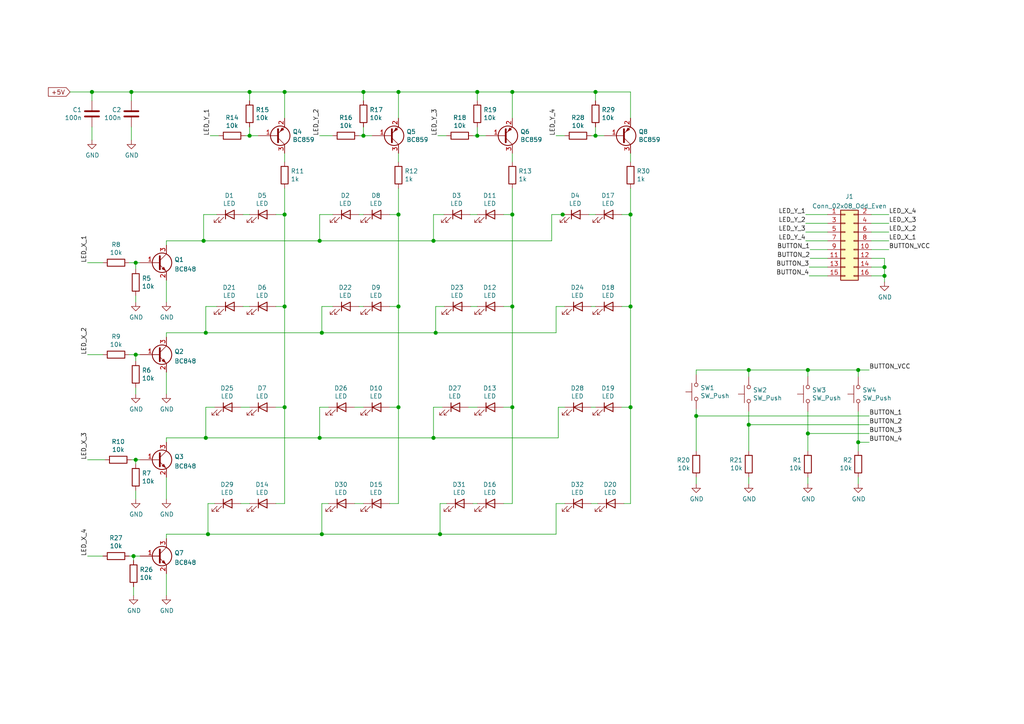
<source format=kicad_sch>
(kicad_sch (version 20210621) (generator eeschema)
  (paper "A4")
  (lib_symbols
    (symbol "Connector_Generic:Conn_02x08_Odd_Even" (pin_names (offset 1.016) hide)
      (property "Reference" "J" (at 1.27 10.16 0))
      (property "Value" "Conn_02x08_Odd_Even" (at 1.27 -12.7 0))
      (symbol "Conn_02x08_Odd_Even_1_1"
        (rectangle (start -1.27 -10.033) (end 0 -10.287) (stroke (width 0.1524)))
        (rectangle (start -1.27 -7.493) (end 0 -7.747) (stroke (width 0.1524)))
        (rectangle (start -1.27 -4.953) (end 0 -5.207) (stroke (width 0.1524)))
        (rectangle (start -1.27 -2.413) (end 0 -2.667) (stroke (width 0.1524)))
        (rectangle (start -1.27 0.127) (end 0 -0.127) (stroke (width 0.1524)))
        (rectangle (start -1.27 2.667) (end 0 2.413) (stroke (width 0.1524)))
        (rectangle (start -1.27 5.207) (end 0 4.953) (stroke (width 0.1524)))
        (rectangle (start -1.27 7.747) (end 0 7.493) (stroke (width 0.1524)))
        (rectangle (start 3.81 -10.033) (end 2.54 -10.287) (stroke (width 0.1524)))
        (rectangle (start 3.81 -7.493) (end 2.54 -7.747) (stroke (width 0.1524)))
        (rectangle (start 3.81 -4.953) (end 2.54 -5.207) (stroke (width 0.1524)))
        (rectangle (start 3.81 -2.413) (end 2.54 -2.667) (stroke (width 0.1524)))
        (rectangle (start 3.81 0.127) (end 2.54 -0.127) (stroke (width 0.1524)))
        (rectangle (start 3.81 2.667) (end 2.54 2.413) (stroke (width 0.1524)))
        (rectangle (start 3.81 5.207) (end 2.54 4.953) (stroke (width 0.1524)))
        (rectangle (start 3.81 7.747) (end 2.54 7.493) (stroke (width 0.1524)))
        (rectangle (start -1.27 8.89) (end 3.81 -11.43) (stroke (width 0.254)) (fill (type background)))
        (pin passive line (at -5.08 7.62 0) (length 3.81) (name "Pin_1") (number "1"))
        (pin passive line (at 7.62 -2.54 180) (length 3.81) (name "Pin_10") (number "10"))
        (pin passive line (at -5.08 -5.08 0) (length 3.81) (name "Pin_11") (number "11"))
        (pin passive line (at 7.62 -5.08 180) (length 3.81) (name "Pin_12") (number "12"))
        (pin passive line (at -5.08 -7.62 0) (length 3.81) (name "Pin_13") (number "13"))
        (pin passive line (at 7.62 -7.62 180) (length 3.81) (name "Pin_14") (number "14"))
        (pin passive line (at -5.08 -10.16 0) (length 3.81) (name "Pin_15") (number "15"))
        (pin passive line (at 7.62 -10.16 180) (length 3.81) (name "Pin_16") (number "16"))
        (pin passive line (at 7.62 7.62 180) (length 3.81) (name "Pin_2") (number "2"))
        (pin passive line (at -5.08 5.08 0) (length 3.81) (name "Pin_3") (number "3"))
        (pin passive line (at 7.62 5.08 180) (length 3.81) (name "Pin_4") (number "4"))
        (pin passive line (at -5.08 2.54 0) (length 3.81) (name "Pin_5") (number "5"))
        (pin passive line (at 7.62 2.54 180) (length 3.81) (name "Pin_6") (number "6"))
        (pin passive line (at -5.08 0 0) (length 3.81) (name "Pin_7") (number "7"))
        (pin passive line (at 7.62 0 180) (length 3.81) (name "Pin_8") (number "8"))
        (pin passive line (at -5.08 -2.54 0) (length 3.81) (name "Pin_9") (number "9"))
      )
    )
    (symbol "Device:C" (pin_numbers hide) (pin_names (offset 0.254))
      (property "Reference" "C" (at 0.635 2.54 0))
      (property "Value" "C" (at 0.635 -2.54 0))
      (symbol "C_0_1"
        (polyline (pts (xy -2.032 -0.762) (xy 2.032 -0.762)) (stroke (width 0.508)))
        (polyline (pts (xy -2.032 0.762) (xy 2.032 0.762)) (stroke (width 0.508)))
      )
      (symbol "C_1_1"
        (pin passive line (at 0 3.81 270) (length 2.794) (name "~") (number "1"))
        (pin passive line (at 0 -3.81 90) (length 2.794) (name "~") (number "2"))
      )
    )
    (symbol "Device:LED" (pin_numbers hide) (pin_names (offset 1.016) hide)
      (property "Reference" "D" (at 0 2.54 0))
      (property "Value" "LED" (at 0 -2.54 0))
      (symbol "LED_0_1"
        (polyline (pts (xy -1.27 -1.27) (xy -1.27 1.27)) (stroke (width 0.254)))
        (polyline (pts (xy -1.27 0) (xy 1.27 0)))
        (polyline (pts (xy 1.27 -1.27) (xy 1.27 1.27) (xy -1.27 0) (xy 1.27 -1.27)) (stroke (width 0.254)))
        (polyline (pts (xy -3.048 -0.762) (xy -4.572 -2.286) (xy -3.81 -2.286) (xy -4.572 -2.286) (xy -4.572 -1.524)))
        (polyline (pts (xy -1.778 -0.762) (xy -3.302 -2.286) (xy -2.54 -2.286) (xy -3.302 -2.286) (xy -3.302 -1.524)))
      )
      (symbol "LED_1_1"
        (pin passive line (at -3.81 0 0) (length 2.54) (name "K") (number "1"))
        (pin passive line (at 3.81 0 180) (length 2.54) (name "A") (number "2"))
      )
    )
    (symbol "Device:R" (pin_numbers hide) (pin_names (offset 0))
      (property "Reference" "R" (at 2.032 0 90))
      (property "Value" "R" (at 0 0 90))
      (symbol "R_0_1"
        (rectangle (start -1.016 -2.54) (end 1.016 2.54) (stroke (width 0.254)))
      )
      (symbol "R_1_1"
        (pin passive line (at 0 3.81 270) (length 1.27) (name "~") (number "1"))
        (pin passive line (at 0 -3.81 90) (length 1.27) (name "~") (number "2"))
      )
    )
    (symbol "Switch:SW_Push" (pin_numbers hide) (pin_names (offset 1.016) hide)
      (property "Reference" "SW" (at 1.27 2.54 0))
      (property "Value" "SW_Push" (at 0 -1.524 0))
      (symbol "SW_Push_0_1"
        (circle (center -2.032 0) (radius 0.508))
        (circle (center 2.032 0) (radius 0.508))
        (polyline (pts (xy 0 1.27) (xy 0 3.048)))
        (polyline (pts (xy 2.54 1.27) (xy -2.54 1.27)))
        (pin passive line (at -5.08 0 0) (length 2.54) (name "1") (number "1"))
        (pin passive line (at 5.08 0 180) (length 2.54) (name "2") (number "2"))
      )
    )
    (symbol "Transistor_BJT:BC848" (pin_names (offset 0) hide)
      (property "Reference" "Q" (at 5.08 1.905 0))
      (property "Value" "BC848" (at 5.08 0 0))
      (symbol "BC848_0_1"
        (circle (center 1.27 0) (radius 2.8194) (stroke (width 0.254)))
        (polyline (pts (xy 0.635 0.635) (xy 2.54 2.54)))
        (polyline (pts (xy 0.635 -0.635) (xy 2.54 -2.54) (xy 2.54 -2.54)))
        (polyline (pts (xy 0.635 1.905) (xy 0.635 -1.905) (xy 0.635 -1.905)) (stroke (width 0.508)))
        (polyline (pts (xy 1.27 -1.778) (xy 1.778 -1.27) (xy 2.286 -2.286) (xy 1.27 -1.778) (xy 1.27 -1.778)) (fill (type outline)))
      )
      (symbol "BC848_1_1"
        (pin input line (at -5.08 0 0) (length 5.715) (name "B") (number "1"))
        (pin passive line (at 2.54 -5.08 90) (length 2.54) (name "E") (number "2"))
        (pin passive line (at 2.54 5.08 270) (length 2.54) (name "C") (number "3"))
      )
    )
    (symbol "Transistor_BJT:BC859" (pin_names (offset 0) hide)
      (property "Reference" "Q" (at 5.08 1.905 0))
      (property "Value" "BC859" (at 5.08 0 0))
      (symbol "BC859_0_1"
        (circle (center 1.27 0) (radius 2.8194) (stroke (width 0.254)))
        (polyline (pts (xy 0.635 0.635) (xy 2.54 2.54)))
        (polyline (pts (xy 0.635 -0.635) (xy 2.54 -2.54) (xy 2.54 -2.54)))
        (polyline (pts (xy 0.635 1.905) (xy 0.635 -1.905) (xy 0.635 -1.905)) (stroke (width 0.508)))
        (polyline (pts (xy 2.286 -1.778) (xy 1.778 -2.286) (xy 1.27 -1.27) (xy 2.286 -1.778) (xy 2.286 -1.778)) (fill (type outline)))
      )
      (symbol "BC859_1_1"
        (pin input line (at -5.08 0 0) (length 5.715) (name "B") (number "1"))
        (pin passive line (at 2.54 -5.08 90) (length 2.54) (name "E") (number "2"))
        (pin passive line (at 2.54 5.08 270) (length 2.54) (name "C") (number "3"))
      )
    )
    (symbol "power:GND" (power) (pin_names (offset 0))
      (property "Value" "GND" (at 0 -3.81 0))
      (symbol "GND_0_1"
        (polyline (pts (xy 0 0) (xy 0 -1.27) (xy 1.27 -1.27) (xy 0 -2.54) (xy -1.27 -1.27) (xy 0 -1.27)))
      )
      (symbol "GND_1_1"
        (pin power_in line (at 0 0 270) (length 0) hide (name "GND") (number "1"))
      )
    )
  )
  (junction (at 26.67 26.67) (diameter 1.016))
  (junction (at 38.1 26.67) (diameter 1.016))
  (junction (at 38.735 161.29) (diameter 1.016))
  (junction (at 39.37 76.2) (diameter 1.016))
  (junction (at 39.37 102.87) (diameter 1.016))
  (junction (at 39.37 133.35) (diameter 1.016))
  (junction (at 59.055 69.85) (diameter 1.016))
  (junction (at 59.69 96.52) (diameter 1.016))
  (junction (at 59.69 127) (diameter 1.016))
  (junction (at 60.325 154.94) (diameter 1.016))
  (junction (at 72.39 26.67) (diameter 1.016))
  (junction (at 72.39 39.37) (diameter 1.016))
  (junction (at 82.55 26.67) (diameter 1.016))
  (junction (at 82.55 62.23) (diameter 1.016))
  (junction (at 82.55 88.9) (diameter 1.016))
  (junction (at 82.55 118.11) (diameter 1.016))
  (junction (at 92.71 69.85) (diameter 1.016))
  (junction (at 92.71 127) (diameter 1.016))
  (junction (at 93.345 96.52) (diameter 1.016))
  (junction (at 93.345 154.94) (diameter 1.016))
  (junction (at 105.41 26.67) (diameter 1.016))
  (junction (at 105.41 39.37) (diameter 1.016))
  (junction (at 115.57 26.67) (diameter 1.016))
  (junction (at 115.57 62.23) (diameter 1.016))
  (junction (at 115.57 88.9) (diameter 1.016))
  (junction (at 115.57 118.11) (diameter 1.016))
  (junction (at 125.73 69.85) (diameter 1.016))
  (junction (at 125.73 127) (diameter 1.016))
  (junction (at 126.365 96.52) (diameter 1.016))
  (junction (at 127.635 154.94) (diameter 1.016))
  (junction (at 138.43 26.67) (diameter 1.016))
  (junction (at 138.43 39.37) (diameter 1.016))
  (junction (at 148.59 26.67) (diameter 1.016))
  (junction (at 148.59 62.23) (diameter 1.016))
  (junction (at 148.59 88.9) (diameter 1.016))
  (junction (at 148.59 118.11) (diameter 1.016))
  (junction (at 163.195 62.23) (diameter 1.016))
  (junction (at 172.72 26.67) (diameter 1.016))
  (junction (at 172.72 39.37) (diameter 1.016))
  (junction (at 182.88 62.23) (diameter 1.016))
  (junction (at 182.88 88.9) (diameter 1.016))
  (junction (at 182.88 118.11) (diameter 1.016))
  (junction (at 201.93 120.65) (diameter 1.016))
  (junction (at 217.17 107.315) (diameter 1.016))
  (junction (at 217.17 123.19) (diameter 1.016))
  (junction (at 234.315 107.315) (diameter 1.016))
  (junction (at 234.315 125.73) (diameter 1.016))
  (junction (at 248.92 107.315) (diameter 1.016))
  (junction (at 248.92 128.27) (diameter 1.016))
  (junction (at 256.54 77.47) (diameter 1.016))
  (junction (at 256.54 80.01) (diameter 1.016))
  (wire (pts (xy 20.32 26.67) (xy 26.67 26.67)))
  (wire (pts (xy 25.4 76.2) (xy 29.845 76.2)))
  (wire (pts (xy 25.4 102.87) (xy 29.845 102.87)))
  (wire (pts (xy 25.4 133.35) (xy 30.48 133.35)))
  (wire (pts (xy 25.4 161.29) (xy 29.845 161.29)))
  (wire (pts (xy 26.67 26.67) (xy 38.1 26.67)))
  (wire (pts (xy 26.67 29.21) (xy 26.67 26.67)))
  (wire (pts (xy 26.67 36.83) (xy 26.67 40.64)))
  (wire (pts (xy 38.1 26.67) (xy 72.39 26.67)))
  (wire (pts (xy 38.1 29.21) (xy 38.1 26.67)))
  (wire (pts (xy 38.1 36.83) (xy 38.1 40.64)))
  (wire (pts (xy 38.735 161.29) (xy 37.465 161.29)))
  (wire (pts (xy 38.735 161.29) (xy 38.735 162.56)))
  (wire (pts (xy 38.735 170.18) (xy 38.735 172.72)))
  (wire (pts (xy 39.37 76.2) (xy 37.465 76.2)))
  (wire (pts (xy 39.37 76.2) (xy 39.37 78.105)))
  (wire (pts (xy 39.37 85.725) (xy 39.37 87.63)))
  (wire (pts (xy 39.37 102.87) (xy 37.465 102.87)))
  (wire (pts (xy 39.37 102.87) (xy 39.37 104.775)))
  (wire (pts (xy 39.37 112.395) (xy 39.37 114.3)))
  (wire (pts (xy 39.37 133.35) (xy 38.1 133.35)))
  (wire (pts (xy 39.37 133.35) (xy 39.37 134.62)))
  (wire (pts (xy 39.37 142.24) (xy 39.37 144.78)))
  (wire (pts (xy 40.64 76.2) (xy 39.37 76.2)))
  (wire (pts (xy 40.64 102.87) (xy 39.37 102.87)))
  (wire (pts (xy 40.64 133.35) (xy 39.37 133.35)))
  (wire (pts (xy 40.64 161.29) (xy 38.735 161.29)))
  (wire (pts (xy 48.26 69.85) (xy 48.26 71.12)))
  (wire (pts (xy 48.26 69.85) (xy 59.055 69.85)))
  (wire (pts (xy 48.26 87.63) (xy 48.26 81.28)))
  (wire (pts (xy 48.26 96.52) (xy 48.26 97.79)))
  (wire (pts (xy 48.26 96.52) (xy 59.69 96.52)))
  (wire (pts (xy 48.26 114.3) (xy 48.26 107.95)))
  (wire (pts (xy 48.26 127) (xy 48.26 128.27)))
  (wire (pts (xy 48.26 127) (xy 59.69 127)))
  (wire (pts (xy 48.26 144.78) (xy 48.26 138.43)))
  (wire (pts (xy 48.26 154.94) (xy 48.26 156.21)))
  (wire (pts (xy 48.26 154.94) (xy 60.325 154.94)))
  (wire (pts (xy 48.26 172.72) (xy 48.26 166.37)))
  (wire (pts (xy 59.055 62.23) (xy 59.055 69.85)))
  (wire (pts (xy 59.055 69.85) (xy 92.71 69.85)))
  (wire (pts (xy 59.69 88.9) (xy 59.69 96.52)))
  (wire (pts (xy 59.69 96.52) (xy 93.345 96.52)))
  (wire (pts (xy 59.69 118.11) (xy 59.69 127)))
  (wire (pts (xy 59.69 127) (xy 92.71 127)))
  (wire (pts (xy 60.325 146.05) (xy 60.325 154.94)))
  (wire (pts (xy 60.325 154.94) (xy 93.345 154.94)))
  (wire (pts (xy 62.23 118.11) (xy 59.69 118.11)))
  (wire (pts (xy 62.23 146.05) (xy 60.325 146.05)))
  (wire (pts (xy 62.865 62.23) (xy 59.055 62.23)))
  (wire (pts (xy 62.865 88.9) (xy 59.69 88.9)))
  (wire (pts (xy 63.5 39.37) (xy 60.96 39.37)))
  (wire (pts (xy 69.85 118.11) (xy 72.39 118.11)))
  (wire (pts (xy 69.85 146.05) (xy 72.39 146.05)))
  (wire (pts (xy 70.485 62.23) (xy 72.39 62.23)))
  (wire (pts (xy 72.39 26.67) (xy 82.55 26.67)))
  (wire (pts (xy 72.39 29.21) (xy 72.39 26.67)))
  (wire (pts (xy 72.39 36.83) (xy 72.39 39.37)))
  (wire (pts (xy 72.39 39.37) (xy 71.12 39.37)))
  (wire (pts (xy 72.39 88.9) (xy 70.485 88.9)))
  (wire (pts (xy 74.93 39.37) (xy 72.39 39.37)))
  (wire (pts (xy 80.01 62.23) (xy 82.55 62.23)))
  (wire (pts (xy 80.01 88.9) (xy 82.55 88.9)))
  (wire (pts (xy 82.55 26.67) (xy 82.55 34.29)))
  (wire (pts (xy 82.55 26.67) (xy 105.41 26.67)))
  (wire (pts (xy 82.55 44.45) (xy 82.55 46.99)))
  (wire (pts (xy 82.55 54.61) (xy 82.55 62.23)))
  (wire (pts (xy 82.55 62.23) (xy 82.55 88.9)))
  (wire (pts (xy 82.55 88.9) (xy 82.55 118.11)))
  (wire (pts (xy 82.55 118.11) (xy 80.01 118.11)))
  (wire (pts (xy 82.55 118.11) (xy 82.55 146.05)))
  (wire (pts (xy 82.55 146.05) (xy 80.01 146.05)))
  (wire (pts (xy 92.71 62.23) (xy 92.71 69.85)))
  (wire (pts (xy 92.71 69.85) (xy 125.73 69.85)))
  (wire (pts (xy 92.71 118.11) (xy 92.71 127)))
  (wire (pts (xy 92.71 127) (xy 125.73 127)))
  (wire (pts (xy 93.345 88.9) (xy 93.345 96.52)))
  (wire (pts (xy 93.345 96.52) (xy 126.365 96.52)))
  (wire (pts (xy 93.345 146.05) (xy 93.345 154.94)))
  (wire (pts (xy 93.345 154.94) (xy 127.635 154.94)))
  (wire (pts (xy 95.25 118.11) (xy 92.71 118.11)))
  (wire (pts (xy 95.25 146.05) (xy 93.345 146.05)))
  (wire (pts (xy 96.52 39.37) (xy 92.71 39.37)))
  (wire (pts (xy 96.52 62.23) (xy 92.71 62.23)))
  (wire (pts (xy 96.52 88.9) (xy 93.345 88.9)))
  (wire (pts (xy 102.87 146.05) (xy 105.41 146.05)))
  (wire (pts (xy 105.41 26.67) (xy 115.57 26.67)))
  (wire (pts (xy 105.41 29.21) (xy 105.41 26.67)))
  (wire (pts (xy 105.41 36.83) (xy 105.41 39.37)))
  (wire (pts (xy 105.41 39.37) (xy 104.14 39.37)))
  (wire (pts (xy 105.41 62.23) (xy 104.14 62.23)))
  (wire (pts (xy 105.41 88.9) (xy 104.14 88.9)))
  (wire (pts (xy 105.41 118.11) (xy 102.87 118.11)))
  (wire (pts (xy 107.95 39.37) (xy 105.41 39.37)))
  (wire (pts (xy 113.03 62.23) (xy 115.57 62.23)))
  (wire (pts (xy 113.03 88.9) (xy 115.57 88.9)))
  (wire (pts (xy 115.57 26.67) (xy 115.57 34.29)))
  (wire (pts (xy 115.57 26.67) (xy 138.43 26.67)))
  (wire (pts (xy 115.57 44.45) (xy 115.57 46.99)))
  (wire (pts (xy 115.57 54.61) (xy 115.57 62.23)))
  (wire (pts (xy 115.57 62.23) (xy 115.57 88.9)))
  (wire (pts (xy 115.57 88.9) (xy 115.57 118.11)))
  (wire (pts (xy 115.57 118.11) (xy 113.03 118.11)))
  (wire (pts (xy 115.57 118.11) (xy 115.57 146.05)))
  (wire (pts (xy 115.57 146.05) (xy 113.03 146.05)))
  (wire (pts (xy 125.73 62.23) (xy 125.73 69.85)))
  (wire (pts (xy 125.73 62.23) (xy 128.778 62.23)))
  (wire (pts (xy 125.73 69.85) (xy 160.02 69.85)))
  (wire (pts (xy 125.73 118.11) (xy 125.73 127)))
  (wire (pts (xy 125.73 127) (xy 161.925 127)))
  (wire (pts (xy 126.365 88.9) (xy 126.365 96.52)))
  (wire (pts (xy 126.365 96.52) (xy 161.29 96.52)))
  (wire (pts (xy 127.635 146.05) (xy 127.635 154.94)))
  (wire (pts (xy 127.635 154.94) (xy 161.29 154.94)))
  (wire (pts (xy 128.27 118.11) (xy 125.73 118.11)))
  (wire (pts (xy 128.905 88.9) (xy 126.365 88.9)))
  (wire (pts (xy 129.54 39.37) (xy 127 39.37)))
  (wire (pts (xy 129.54 146.05) (xy 127.635 146.05)))
  (wire (pts (xy 135.89 118.11) (xy 138.43 118.11)))
  (wire (pts (xy 136.398 62.23) (xy 138.43 62.23)))
  (wire (pts (xy 137.16 146.05) (xy 138.43 146.05)))
  (wire (pts (xy 138.43 26.67) (xy 148.59 26.67)))
  (wire (pts (xy 138.43 29.21) (xy 138.43 26.67)))
  (wire (pts (xy 138.43 36.83) (xy 138.43 39.37)))
  (wire (pts (xy 138.43 39.37) (xy 137.16 39.37)))
  (wire (pts (xy 138.43 88.9) (xy 136.525 88.9)))
  (wire (pts (xy 140.97 39.37) (xy 138.43 39.37)))
  (wire (pts (xy 146.05 62.23) (xy 148.59 62.23)))
  (wire (pts (xy 146.05 88.9) (xy 148.59 88.9)))
  (wire (pts (xy 148.59 26.67) (xy 148.59 34.29)))
  (wire (pts (xy 148.59 26.67) (xy 172.72 26.67)))
  (wire (pts (xy 148.59 44.45) (xy 148.59 46.99)))
  (wire (pts (xy 148.59 54.61) (xy 148.59 62.23)))
  (wire (pts (xy 148.59 62.23) (xy 148.59 88.9)))
  (wire (pts (xy 148.59 88.9) (xy 148.59 118.11)))
  (wire (pts (xy 148.59 118.11) (xy 146.05 118.11)))
  (wire (pts (xy 148.59 118.11) (xy 148.59 146.05)))
  (wire (pts (xy 148.59 146.05) (xy 146.05 146.05)))
  (wire (pts (xy 160.02 62.23) (xy 160.02 69.85)))
  (wire (pts (xy 161.29 88.9) (xy 161.29 96.52)))
  (wire (pts (xy 161.29 146.05) (xy 161.29 154.94)))
  (wire (pts (xy 161.925 118.11) (xy 161.925 127)))
  (wire (pts (xy 163.195 62.23) (xy 160.02 62.23)))
  (wire (pts (xy 163.83 39.37) (xy 161.29 39.37)))
  (wire (pts (xy 163.83 62.23) (xy 163.195 62.23)))
  (wire (pts (xy 163.83 88.9) (xy 161.29 88.9)))
  (wire (pts (xy 163.83 118.11) (xy 161.925 118.11)))
  (wire (pts (xy 163.83 146.05) (xy 161.29 146.05)))
  (wire (pts (xy 171.45 118.11) (xy 172.72 118.11)))
  (wire (pts (xy 171.45 146.05) (xy 173.355 146.05)))
  (wire (pts (xy 172.72 26.67) (xy 182.88 26.67)))
  (wire (pts (xy 172.72 29.21) (xy 172.72 26.67)))
  (wire (pts (xy 172.72 36.83) (xy 172.72 39.37)))
  (wire (pts (xy 172.72 39.37) (xy 171.45 39.37)))
  (wire (pts (xy 172.72 62.23) (xy 170.815 62.23)))
  (wire (pts (xy 172.72 88.9) (xy 171.45 88.9)))
  (wire (pts (xy 175.26 39.37) (xy 172.72 39.37)))
  (wire (pts (xy 180.34 62.23) (xy 182.88 62.23)))
  (wire (pts (xy 180.34 88.9) (xy 182.88 88.9)))
  (wire (pts (xy 182.88 26.67) (xy 182.88 34.29)))
  (wire (pts (xy 182.88 44.45) (xy 182.88 46.99)))
  (wire (pts (xy 182.88 54.61) (xy 182.88 62.23)))
  (wire (pts (xy 182.88 62.23) (xy 182.88 88.9)))
  (wire (pts (xy 182.88 88.9) (xy 182.88 118.11)))
  (wire (pts (xy 182.88 118.11) (xy 180.34 118.11)))
  (wire (pts (xy 182.88 118.11) (xy 182.88 146.05)))
  (wire (pts (xy 182.88 146.05) (xy 180.975 146.05)))
  (wire (pts (xy 201.93 107.315) (xy 201.93 108.585)))
  (wire (pts (xy 201.93 118.745) (xy 201.93 120.65)))
  (wire (pts (xy 201.93 120.65) (xy 201.93 130.81)))
  (wire (pts (xy 201.93 120.65) (xy 252.095 120.65)))
  (wire (pts (xy 201.93 138.43) (xy 201.93 140.335)))
  (wire (pts (xy 217.17 107.315) (xy 201.93 107.315)))
  (wire (pts (xy 217.17 107.315) (xy 217.17 109.22)))
  (wire (pts (xy 217.17 107.315) (xy 234.315 107.315)))
  (wire (pts (xy 217.17 119.38) (xy 217.17 123.19)))
  (wire (pts (xy 217.17 123.19) (xy 217.17 130.81)))
  (wire (pts (xy 217.17 138.43) (xy 217.17 140.335)))
  (wire (pts (xy 234.315 107.315) (xy 234.315 109.22)))
  (wire (pts (xy 234.315 107.315) (xy 248.92 107.315)))
  (wire (pts (xy 234.315 125.73) (xy 234.315 119.38)))
  (wire (pts (xy 234.315 125.73) (xy 234.315 130.81)))
  (wire (pts (xy 234.315 138.43) (xy 234.315 140.335)))
  (wire (pts (xy 234.696 77.47) (xy 240.03 77.47)))
  (wire (pts (xy 234.696 80.01) (xy 240.03 80.01)))
  (wire (pts (xy 240.03 62.23) (xy 233.68 62.23)))
  (wire (pts (xy 240.03 64.77) (xy 233.68 64.77)))
  (wire (pts (xy 240.03 67.31) (xy 233.68 67.31)))
  (wire (pts (xy 240.03 69.85) (xy 233.68 69.85)))
  (wire (pts (xy 240.03 72.39) (xy 234.95 72.39)))
  (wire (pts (xy 240.03 74.93) (xy 234.95 74.93)))
  (wire (pts (xy 248.92 107.315) (xy 248.92 109.22)))
  (wire (pts (xy 248.92 107.315) (xy 252.095 107.315)))
  (wire (pts (xy 248.92 128.27) (xy 248.92 119.38)))
  (wire (pts (xy 248.92 128.27) (xy 248.92 130.81)))
  (wire (pts (xy 248.92 138.43) (xy 248.92 140.335)))
  (wire (pts (xy 252.095 123.19) (xy 217.17 123.19)))
  (wire (pts (xy 252.095 125.73) (xy 234.315 125.73)))
  (wire (pts (xy 252.095 128.27) (xy 248.92 128.27)))
  (wire (pts (xy 252.73 62.23) (xy 257.81 62.23)))
  (wire (pts (xy 252.73 64.77) (xy 257.81 64.77)))
  (wire (pts (xy 252.73 67.31) (xy 257.81 67.31)))
  (wire (pts (xy 252.73 69.85) (xy 257.81 69.85)))
  (wire (pts (xy 252.73 72.39) (xy 257.81 72.39)))
  (wire (pts (xy 252.73 74.93) (xy 256.54 74.93)))
  (wire (pts (xy 252.73 77.47) (xy 256.54 77.47)))
  (wire (pts (xy 252.73 80.01) (xy 256.54 80.01)))
  (wire (pts (xy 256.54 74.93) (xy 256.54 77.47)))
  (wire (pts (xy 256.54 77.47) (xy 256.54 80.01)))
  (wire (pts (xy 256.54 80.01) (xy 256.54 81.788)))
  (label "LED_X_1" (at 25.4 76.2 90))
  (label "LED_X_2" (at 25.4 102.87 90))
  (label "LED_X_3" (at 25.4 133.35 90))
  (label "LED_X_4" (at 25.4 161.29 90))
  (label "LED_Y_1" (at 60.96 39.37 90))
  (label "LED_Y_2" (at 92.71 39.37 90))
  (label "LED_Y_3" (at 127 39.37 90))
  (label "LED_Y_4" (at 161.29 39.37 90))
  (label "LED_Y_1" (at 233.68 62.23 180))
  (label "LED_Y_2" (at 233.68 64.77 180))
  (label "LED_Y_3" (at 233.68 67.31 180))
  (label "LED_Y_4" (at 233.68 69.85 180))
  (label "BUTTON_3" (at 234.696 77.47 180))
  (label "BUTTON_4" (at 234.696 80.01 180))
  (label "BUTTON_1" (at 234.95 72.39 180))
  (label "BUTTON_2" (at 234.95 74.93 180))
  (label "BUTTON_VCC" (at 252.095 107.315 0))
  (label "BUTTON_1" (at 252.095 120.65 0))
  (label "BUTTON_2" (at 252.095 123.19 0))
  (label "BUTTON_3" (at 252.095 125.73 0))
  (label "BUTTON_4" (at 252.095 128.27 0))
  (label "LED_X_4" (at 257.81 62.23 0))
  (label "LED_X_3" (at 257.81 64.77 0))
  (label "LED_X_2" (at 257.81 67.31 0))
  (label "LED_X_1" (at 257.81 69.85 0))
  (label "BUTTON_VCC" (at 257.81 72.39 0))
  (global_label "+5V" (shape input) (at 20.32 26.67 180) (property "Intersheet References" "${INTERSHEET_REFS}" (effects hide)))
  (symbol (lib_id "power:GND") (at 26.67 40.64 0) (unit 1)
    (property "Reference" "#PWR01" (effects hide))
    (property "Value" "GND" (at 26.797 45.0342 0))
  )
  (symbol (lib_id "power:GND") (at 38.1 40.64 0) (unit 1)
    (property "Reference" "#PWR07" (effects hide))
    (property "Value" "GND" (at 38.227 45.0342 0))
  )
  (symbol (lib_id "power:GND") (at 38.735 172.72 0) (unit 1)
    (property "Reference" "#PWR03" (effects hide))
    (property "Value" "GND" (at 38.862 177.1142 0))
  )
  (symbol (lib_id "power:GND") (at 39.37 87.63 0) (unit 1)
    (property "Reference" "#PWR018" (effects hide))
    (property "Value" "GND" (at 39.497 92.0242 0))
  )
  (symbol (lib_id "power:GND") (at 39.37 114.3 0) (unit 1)
    (property "Reference" "#PWR019" (effects hide))
    (property "Value" "GND" (at 39.497 118.6942 0))
  )
  (symbol (lib_id "power:GND") (at 39.37 144.78 0) (unit 1)
    (property "Reference" "#PWR020" (effects hide))
    (property "Value" "GND" (at 39.497 149.1742 0))
  )
  (symbol (lib_id "power:GND") (at 48.26 87.63 0) (unit 1)
    (property "Reference" "#PWR021" (effects hide))
    (property "Value" "GND" (at 48.387 92.0242 0))
  )
  (symbol (lib_id "power:GND") (at 48.26 114.3 0) (unit 1)
    (property "Reference" "#PWR022" (effects hide))
    (property "Value" "GND" (at 48.387 118.6942 0))
  )
  (symbol (lib_id "power:GND") (at 48.26 144.78 0) (unit 1)
    (property "Reference" "#PWR023" (effects hide))
    (property "Value" "GND" (at 48.387 149.1742 0))
  )
  (symbol (lib_id "power:GND") (at 48.26 172.72 0) (unit 1)
    (property "Reference" "#PWR04" (effects hide))
    (property "Value" "GND" (at 48.387 177.1142 0))
  )
  (symbol (lib_id "power:GND") (at 201.93 140.335 0) (unit 1)
    (property "Reference" "#PWR024" (effects hide))
    (property "Value" "GND" (at 202.057 144.7292 0))
  )
  (symbol (lib_id "power:GND") (at 217.17 140.335 0) (unit 1)
    (property "Reference" "#PWR025" (effects hide))
    (property "Value" "GND" (at 217.297 144.7292 0))
  )
  (symbol (lib_id "power:GND") (at 234.315 140.335 0) (unit 1)
    (property "Reference" "#PWR05" (effects hide))
    (property "Value" "GND" (at 234.442 144.7292 0))
  )
  (symbol (lib_id "power:GND") (at 248.92 140.335 0) (unit 1)
    (property "Reference" "#PWR06" (effects hide))
    (property "Value" "GND" (at 249.047 144.7292 0))
  )
  (symbol (lib_id "power:GND") (at 256.54 81.788 0) (unit 1)
    (property "Reference" "#PWR026" (effects hide))
    (property "Value" "GND" (at 256.667 86.1822 0))
  )
  (symbol (lib_id "Device:R") (at 33.655 76.2 270) (unit 1)
    (property "Reference" "R8" (at 33.655 70.9422 90))
    (property "Value" "10k" (at 33.655 73.2536 90))
    (property "Footprint" "Resistor_SMD:R_0805_2012Metric" (effects hide))
  )
  (symbol (lib_id "Device:R") (at 33.655 102.87 270) (unit 1)
    (property "Reference" "R9" (at 33.655 97.6122 90))
    (property "Value" "10k" (at 33.655 99.9236 90))
    (property "Footprint" "Resistor_SMD:R_0805_2012Metric" (effects hide))
  )
  (symbol (lib_id "Device:R") (at 33.655 161.29 270) (unit 1)
    (property "Reference" "R27" (at 33.655 156.0322 90))
    (property "Value" "10k" (at 33.655 158.3436 90))
    (property "Footprint" "Resistor_SMD:R_0805_2012Metric" (effects hide))
  )
  (symbol (lib_id "Device:R") (at 34.29 133.35 270) (unit 1)
    (property "Reference" "R10" (at 34.29 128.0922 90))
    (property "Value" "10k" (at 34.29 130.4036 90))
    (property "Footprint" "Resistor_SMD:R_0805_2012Metric" (effects hide))
  )
  (symbol (lib_id "Device:R") (at 38.735 166.37 180) (unit 1)
    (property "Reference" "R26" (at 40.513 165.2016 0) (effects (justify right)))
    (property "Value" "10k" (at 40.513 167.513 0) (effects (justify right)))
    (property "Footprint" "Resistor_SMD:R_0805_2012Metric" (effects hide))
  )
  (symbol (lib_id "Device:R") (at 39.37 81.915 180) (unit 1)
    (property "Reference" "R5" (at 41.148 80.7466 0) (effects (justify right)))
    (property "Value" "10k" (at 41.148 83.058 0) (effects (justify right)))
    (property "Footprint" "Resistor_SMD:R_0805_2012Metric" (effects hide))
  )
  (symbol (lib_id "Device:R") (at 39.37 108.585 180) (unit 1)
    (property "Reference" "R6" (at 41.148 107.4166 0) (effects (justify right)))
    (property "Value" "10k" (at 41.148 109.728 0) (effects (justify right)))
    (property "Footprint" "Resistor_SMD:R_0805_2012Metric" (effects hide))
  )
  (symbol (lib_id "Device:R") (at 39.37 138.43 180) (unit 1)
    (property "Reference" "R7" (at 41.148 137.2616 0) (effects (justify right)))
    (property "Value" "10k" (at 41.148 139.573 0) (effects (justify right)))
    (property "Footprint" "Resistor_SMD:R_0805_2012Metric" (effects hide))
  )
  (symbol (lib_id "Device:R") (at 67.31 39.37 270) (unit 1)
    (property "Reference" "R14" (at 67.31 34.1122 90))
    (property "Value" "10k" (at 67.31 36.4236 90))
    (property "Footprint" "Resistor_SMD:R_0805_2012Metric" (effects hide))
  )
  (symbol (lib_id "Device:R") (at 72.39 33.02 0) (unit 1)
    (property "Reference" "R15" (at 74.168 31.8516 0) (effects (justify left)))
    (property "Value" "10k" (at 74.168 34.163 0) (effects (justify left)))
    (property "Footprint" "Resistor_SMD:R_0805_2012Metric" (effects hide))
  )
  (symbol (lib_id "Device:R") (at 82.55 50.8 0) (unit 1)
    (property "Reference" "R11" (at 84.328 49.6316 0) (effects (justify left)))
    (property "Value" "1k" (at 84.328 51.943 0) (effects (justify left)))
    (property "Footprint" "Resistor_SMD:R_0805_2012Metric" (effects hide))
  )
  (symbol (lib_id "Device:R") (at 100.33 39.37 270) (unit 1)
    (property "Reference" "R16" (at 100.33 34.1122 90))
    (property "Value" "10k" (at 100.33 36.4236 90))
    (property "Footprint" "Resistor_SMD:R_0805_2012Metric" (effects hide))
  )
  (symbol (lib_id "Device:R") (at 105.41 33.02 0) (unit 1)
    (property "Reference" "R17" (at 107.188 31.8516 0) (effects (justify left)))
    (property "Value" "10k" (at 107.188 34.163 0) (effects (justify left)))
    (property "Footprint" "Resistor_SMD:R_0402_1005Metric" (effects hide))
  )
  (symbol (lib_id "Device:R") (at 115.57 50.8 0) (unit 1)
    (property "Reference" "R12" (at 117.348 49.6316 0) (effects (justify left)))
    (property "Value" "1k" (at 117.348 51.943 0) (effects (justify left)))
    (property "Footprint" "Resistor_SMD:R_0805_2012Metric" (effects hide))
  )
  (symbol (lib_id "Device:R") (at 133.35 39.37 270) (unit 1)
    (property "Reference" "R18" (at 133.35 34.1122 90))
    (property "Value" "10k" (at 133.35 36.4236 90))
    (property "Footprint" "Resistor_SMD:R_0805_2012Metric" (effects hide))
  )
  (symbol (lib_id "Device:R") (at 138.43 33.02 0) (unit 1)
    (property "Reference" "R19" (at 140.208 31.8516 0) (effects (justify left)))
    (property "Value" "10k" (at 140.208 34.163 0) (effects (justify left)))
    (property "Footprint" "Resistor_SMD:R_0805_2012Metric" (effects hide))
  )
  (symbol (lib_id "Device:R") (at 148.59 50.8 0) (unit 1)
    (property "Reference" "R13" (at 150.368 49.6316 0) (effects (justify left)))
    (property "Value" "1k" (at 150.368 51.943 0) (effects (justify left)))
    (property "Footprint" "Resistor_SMD:R_0805_2012Metric" (effects hide))
  )
  (symbol (lib_id "Device:R") (at 167.64 39.37 270) (unit 1)
    (property "Reference" "R28" (at 167.64 34.1122 90))
    (property "Value" "10k" (at 167.64 36.4236 90))
    (property "Footprint" "Resistor_SMD:R_0805_2012Metric" (effects hide))
  )
  (symbol (lib_id "Device:R") (at 172.72 33.02 0) (unit 1)
    (property "Reference" "R29" (at 174.498 31.8516 0) (effects (justify left)))
    (property "Value" "10k" (at 174.498 34.163 0) (effects (justify left)))
    (property "Footprint" "Resistor_SMD:R_0805_2012Metric" (effects hide))
  )
  (symbol (lib_id "Device:R") (at 182.88 50.8 0) (unit 1)
    (property "Reference" "R30" (at 184.658 49.6316 0) (effects (justify left)))
    (property "Value" "1k" (at 184.658 51.943 0) (effects (justify left)))
    (property "Footprint" "Resistor_SMD:R_0805_2012Metric" (effects hide))
  )
  (symbol (lib_id "Device:R") (at 201.93 134.62 0) (unit 1)
    (property "Reference" "R20" (at 200.1774 133.4516 0) (effects (justify right)))
    (property "Value" "10k" (at 200.1774 135.763 0) (effects (justify right)))
    (property "Footprint" "Resistor_SMD:R_0805_2012Metric" (effects hide))
  )
  (symbol (lib_id "Device:R") (at 217.17 134.62 0) (unit 1)
    (property "Reference" "R21" (at 215.4174 133.4516 0) (effects (justify right)))
    (property "Value" "10k" (at 215.4174 135.763 0) (effects (justify right)))
    (property "Footprint" "Resistor_SMD:R_0805_2012Metric" (effects hide))
  )
  (symbol (lib_id "Device:R") (at 234.315 134.62 0) (unit 1)
    (property "Reference" "R1" (at 232.5624 133.4516 0) (effects (justify right)))
    (property "Value" "10k" (at 232.5624 135.763 0) (effects (justify right)))
    (property "Footprint" "Resistor_SMD:R_0805_2012Metric" (effects hide))
  )
  (symbol (lib_id "Device:R") (at 248.92 134.62 0) (unit 1)
    (property "Reference" "R2" (at 247.1674 133.4516 0) (effects (justify right)))
    (property "Value" "10k" (at 247.1674 135.763 0) (effects (justify right)))
    (property "Footprint" "Resistor_SMD:R_0805_2012Metric" (effects hide))
  )
  (symbol (lib_id "Device:LED") (at 66.04 118.11 0) (unit 1)
    (property "Reference" "D25" (at 65.8622 112.5982 0))
    (property "Value" "LED" (at 65.8622 114.9096 0))
    (property "Footprint" "LED_SMD:LED_0805_2012Metric" (effects hide))
  )
  (symbol (lib_id "Device:LED") (at 66.04 146.05 0) (unit 1)
    (property "Reference" "D29" (at 65.8622 140.5382 0))
    (property "Value" "LED" (at 65.8622 142.8496 0))
    (property "Footprint" "LED_SMD:LED_0805_2012Metric" (effects hide))
  )
  (symbol (lib_id "Device:LED") (at 66.675 62.23 0) (unit 1)
    (property "Reference" "D1" (at 66.4972 56.7182 0))
    (property "Value" "LED" (at 66.4972 59.0296 0))
    (property "Footprint" "LED_SMD:LED_0805_2012Metric" (effects hide))
  )
  (symbol (lib_id "Device:LED") (at 66.675 88.9 0) (unit 1)
    (property "Reference" "D21" (at 66.4972 83.3882 0))
    (property "Value" "LED" (at 66.4972 85.6996 0))
    (property "Footprint" "LED_SMD:LED_0805_2012Metric" (effects hide))
  )
  (symbol (lib_id "Device:LED") (at 76.2 62.23 0) (unit 1)
    (property "Reference" "D5" (at 76.0222 56.7182 0))
    (property "Value" "LED" (at 76.0222 59.0296 0))
    (property "Footprint" "LED_SMD:LED_0805_2012Metric" (effects hide))
  )
  (symbol (lib_id "Device:LED") (at 76.2 88.9 0) (unit 1)
    (property "Reference" "D6" (at 76.0222 83.3882 0))
    (property "Value" "LED" (at 76.0222 85.6996 0))
    (property "Footprint" "LED_SMD:LED_0805_2012Metric" (effects hide))
  )
  (symbol (lib_id "Device:LED") (at 76.2 118.11 0) (unit 1)
    (property "Reference" "D7" (at 76.0222 112.5982 0))
    (property "Value" "LED" (at 76.0222 114.9096 0))
    (property "Footprint" "LED_SMD:LED_0805_2012Metric" (effects hide))
  )
  (symbol (lib_id "Device:LED") (at 76.2 146.05 0) (unit 1)
    (property "Reference" "D14" (at 76.0222 140.5382 0))
    (property "Value" "LED" (at 76.0222 142.8496 0))
    (property "Footprint" "LED_SMD:LED_0805_2012Metric" (effects hide))
  )
  (symbol (lib_id "Device:LED") (at 99.06 118.11 0) (unit 1)
    (property "Reference" "D26" (at 98.8822 112.5982 0))
    (property "Value" "LED" (at 98.8822 114.9096 0))
    (property "Footprint" "LED_SMD:LED_0805_2012Metric" (effects hide))
  )
  (symbol (lib_id "Device:LED") (at 99.06 146.05 0) (unit 1)
    (property "Reference" "D30" (at 98.8822 140.5382 0))
    (property "Value" "LED" (at 98.8822 142.8496 0))
    (property "Footprint" "LED_SMD:LED_0805_2012Metric" (effects hide))
  )
  (symbol (lib_id "Device:LED") (at 100.33 62.23 0) (unit 1)
    (property "Reference" "D2" (at 100.1522 56.7182 0))
    (property "Value" "LED" (at 100.1522 59.0296 0))
    (property "Footprint" "LED_SMD:LED_0805_2012Metric" (effects hide))
  )
  (symbol (lib_id "Device:LED") (at 100.33 88.9 0) (unit 1)
    (property "Reference" "D22" (at 100.1522 83.3882 0))
    (property "Value" "LED" (at 100.1522 85.6996 0))
    (property "Footprint" "LED_SMD:LED_0805_2012Metric" (effects hide))
  )
  (symbol (lib_id "Device:LED") (at 109.22 62.23 0) (unit 1)
    (property "Reference" "D8" (at 109.0422 56.7182 0))
    (property "Value" "LED" (at 109.0422 59.0296 0))
    (property "Footprint" "LED_SMD:LED_0805_2012Metric" (effects hide))
  )
  (symbol (lib_id "Device:LED") (at 109.22 88.9 0) (unit 1)
    (property "Reference" "D9" (at 109.0422 83.3882 0))
    (property "Value" "LED" (at 109.0422 85.6996 0))
    (property "Footprint" "LED_SMD:LED_0805_2012Metric" (effects hide))
  )
  (symbol (lib_id "Device:LED") (at 109.22 118.11 0) (unit 1)
    (property "Reference" "D10" (at 109.0422 112.5982 0))
    (property "Value" "LED" (at 109.0422 114.9096 0))
    (property "Footprint" "LED_SMD:LED_0805_2012Metric" (effects hide))
  )
  (symbol (lib_id "Device:LED") (at 109.22 146.05 0) (unit 1)
    (property "Reference" "D15" (at 109.0422 140.5382 0))
    (property "Value" "LED" (at 109.0422 142.8496 0))
    (property "Footprint" "LED_SMD:LED_0805_2012Metric" (effects hide))
  )
  (symbol (lib_id "Device:LED") (at 132.08 118.11 0) (unit 1)
    (property "Reference" "D27" (at 131.9022 112.5982 0))
    (property "Value" "LED" (at 131.9022 114.9096 0))
    (property "Footprint" "LED_SMD:LED_0805_2012Metric" (effects hide))
  )
  (symbol (lib_id "Device:LED") (at 132.588 62.23 0) (unit 1)
    (property "Reference" "D3" (at 132.4102 56.7182 0))
    (property "Value" "LED" (at 132.4102 59.0296 0))
    (property "Footprint" "LED_SMD:LED_0805_2012Metric" (effects hide))
  )
  (symbol (lib_id "Device:LED") (at 132.715 88.9 0) (unit 1)
    (property "Reference" "D23" (at 132.5372 83.3882 0))
    (property "Value" "LED" (at 132.5372 85.6996 0))
    (property "Footprint" "LED_SMD:LED_0805_2012Metric" (effects hide))
  )
  (symbol (lib_id "Device:LED") (at 133.35 146.05 0) (unit 1)
    (property "Reference" "D31" (at 133.1722 140.5382 0))
    (property "Value" "LED" (at 133.1722 142.8496 0))
    (property "Footprint" "LED_SMD:LED_0805_2012Metric" (effects hide))
  )
  (symbol (lib_id "Device:LED") (at 142.24 62.23 0) (unit 1)
    (property "Reference" "D11" (at 142.0622 56.7182 0))
    (property "Value" "LED" (at 142.0622 59.0296 0))
    (property "Footprint" "LED_SMD:LED_0805_2012Metric" (effects hide))
  )
  (symbol (lib_id "Device:LED") (at 142.24 88.9 0) (unit 1)
    (property "Reference" "D12" (at 142.0622 83.3882 0))
    (property "Value" "LED" (at 142.0622 85.6996 0))
    (property "Footprint" "LED_SMD:LED_0805_2012Metric" (effects hide))
  )
  (symbol (lib_id "Device:LED") (at 142.24 118.11 0) (unit 1)
    (property "Reference" "D13" (at 142.0622 112.5982 0))
    (property "Value" "LED" (at 142.0622 114.9096 0))
    (property "Footprint" "LED_SMD:LED_0805_2012Metric" (effects hide))
  )
  (symbol (lib_id "Device:LED") (at 142.24 146.05 0) (unit 1)
    (property "Reference" "D16" (at 142.0622 140.5382 0))
    (property "Value" "LED" (at 142.0622 142.8496 0))
    (property "Footprint" "LED_SMD:LED_0805_2012Metric" (effects hide))
  )
  (symbol (lib_id "Device:LED") (at 167.005 62.23 0) (unit 1)
    (property "Reference" "D4" (at 166.8272 56.7182 0))
    (property "Value" "LED" (at 166.8272 59.0296 0))
    (property "Footprint" "LED_SMD:LED_0805_2012Metric" (effects hide))
  )
  (symbol (lib_id "Device:LED") (at 167.64 88.9 0) (unit 1)
    (property "Reference" "D24" (at 167.4622 83.3882 0))
    (property "Value" "LED" (at 167.4622 85.6996 0))
    (property "Footprint" "LED_SMD:LED_0805_2012Metric" (effects hide))
  )
  (symbol (lib_id "Device:LED") (at 167.64 118.11 0) (unit 1)
    (property "Reference" "D28" (at 167.4622 112.5982 0))
    (property "Value" "LED" (at 167.4622 114.9096 0))
    (property "Footprint" "LED_SMD:LED_0805_2012Metric" (effects hide))
  )
  (symbol (lib_id "Device:LED") (at 167.64 146.05 0) (unit 1)
    (property "Reference" "D32" (at 167.4622 140.5382 0))
    (property "Value" "LED" (at 167.4622 142.8496 0))
    (property "Footprint" "LED_SMD:LED_0805_2012Metric" (effects hide))
  )
  (symbol (lib_id "Device:LED") (at 176.53 62.23 0) (unit 1)
    (property "Reference" "D17" (at 176.3522 56.7182 0))
    (property "Value" "LED" (at 176.3522 59.0296 0))
    (property "Footprint" "LED_SMD:LED_0805_2012Metric" (effects hide))
  )
  (symbol (lib_id "Device:LED") (at 176.53 88.9 0) (unit 1)
    (property "Reference" "D18" (at 176.3522 83.3882 0))
    (property "Value" "LED" (at 176.3522 85.6996 0))
    (property "Footprint" "LED_SMD:LED_0805_2012Metric" (effects hide))
  )
  (symbol (lib_id "Device:LED") (at 176.53 118.11 0) (unit 1)
    (property "Reference" "D19" (at 176.3522 112.5982 0))
    (property "Value" "LED" (at 176.3522 114.9096 0))
    (property "Footprint" "LED_SMD:LED_0805_2012Metric" (effects hide))
  )
  (symbol (lib_id "Device:LED") (at 177.165 146.05 0) (unit 1)
    (property "Reference" "D20" (at 176.9872 140.5382 0))
    (property "Value" "LED" (at 176.9872 142.8496 0))
    (property "Footprint" "LED_SMD:LED_0805_2012Metric" (effects hide))
  )
  (symbol (lib_id "Device:C") (at 26.67 33.02 0) (unit 1)
    (property "Reference" "C1" (at 23.749 31.8516 0) (effects (justify right)))
    (property "Value" "100n" (at 23.749 34.163 0) (effects (justify right)))
    (property "Footprint" "Capacitor_SMD:C_0805_2012Metric" (effects hide))
  )
  (symbol (lib_id "Device:C") (at 38.1 33.02 0) (unit 1)
    (property "Reference" "C2" (at 35.179 31.8516 0) (effects (justify right)))
    (property "Value" "100n" (at 35.179 34.163 0) (effects (justify right)))
    (property "Footprint" "Capacitor_SMD:C_0805_2012Metric" (effects hide))
  )
  (symbol (lib_id "Switch:SW_Push") (at 201.93 113.665 90) (unit 1)
    (property "Reference" "SW1" (at 203.1492 112.4966 90) (effects (justify right)))
    (property "Value" "SW_Push" (at 203.1492 114.808 90) (effects (justify right)))
    (property "Footprint" "Button_Switch_THT:SW_PUSH_6mm" (effects hide))
  )
  (symbol (lib_id "Switch:SW_Push") (at 217.17 114.3 90) (unit 1)
    (property "Reference" "SW2" (at 218.3892 113.1316 90) (effects (justify right)))
    (property "Value" "SW_Push" (at 218.3892 115.443 90) (effects (justify right)))
    (property "Footprint" "Button_Switch_THT:SW_PUSH_6mm" (effects hide))
  )
  (symbol (lib_id "Switch:SW_Push") (at 234.315 114.3 90) (unit 1)
    (property "Reference" "SW3" (at 235.5342 113.1316 90) (effects (justify right)))
    (property "Value" "SW_Push" (at 235.5342 115.443 90) (effects (justify right)))
    (property "Footprint" "Button_Switch_THT:SW_PUSH_6mm" (effects hide))
  )
  (symbol (lib_id "Switch:SW_Push") (at 248.92 114.3 90) (unit 1)
    (property "Reference" "SW4" (at 250.1392 113.1316 90) (effects (justify right)))
    (property "Value" "SW_Push" (at 250.1392 115.443 90) (effects (justify right)))
    (property "Footprint" "Button_Switch_THT:SW_PUSH_6mm" (effects hide))
  )
  (symbol (lib_id "Transistor_BJT:BC848") (at 45.72 76.2 0) (unit 1)
    (property "Reference" "Q1" (at 50.5715 75.2915 0) (effects (justify left)))
    (property "Value" "BC848" (at 50.5715 78.0666 0) (effects (justify left)))
    (property "Footprint" "Package_TO_SOT_SMD:SOT-23" (effects hide))
    (property "Datasheet" "http://www.infineon.com/dgdl/Infineon-BC847SERIES_BC848SERIES_BC849SERIES_BC850SERIES-DS-v01_01-en.pdf?fileId=db3a304314dca389011541d4630a1657" (effects hide))
  )
  (symbol (lib_id "Transistor_BJT:BC848") (at 45.72 102.87 0) (unit 1)
    (property "Reference" "Q2" (at 50.5715 101.9615 0) (effects (justify left)))
    (property "Value" "BC848" (at 50.5715 104.7366 0) (effects (justify left)))
    (property "Footprint" "Package_TO_SOT_SMD:SOT-23" (effects hide))
    (property "Datasheet" "http://www.infineon.com/dgdl/Infineon-BC847SERIES_BC848SERIES_BC849SERIES_BC850SERIES-DS-v01_01-en.pdf?fileId=db3a304314dca389011541d4630a1657" (effects hide))
  )
  (symbol (lib_id "Transistor_BJT:BC848") (at 45.72 133.35 0) (unit 1)
    (property "Reference" "Q3" (at 50.5715 132.4415 0) (effects (justify left)))
    (property "Value" "BC848" (at 50.5715 135.2166 0) (effects (justify left)))
    (property "Footprint" "Package_TO_SOT_SMD:SOT-23" (effects hide))
    (property "Datasheet" "http://www.infineon.com/dgdl/Infineon-BC847SERIES_BC848SERIES_BC849SERIES_BC850SERIES-DS-v01_01-en.pdf?fileId=db3a304314dca389011541d4630a1657" (effects hide))
  )
  (symbol (lib_id "Transistor_BJT:BC848") (at 45.72 161.29 0) (unit 1)
    (property "Reference" "Q7" (at 50.5715 160.3815 0) (effects (justify left)))
    (property "Value" "BC848" (at 50.5715 163.1566 0) (effects (justify left)))
    (property "Footprint" "Package_TO_SOT_SMD:SOT-23" (effects hide))
    (property "Datasheet" "http://www.infineon.com/dgdl/Infineon-BC847SERIES_BC848SERIES_BC849SERIES_BC850SERIES-DS-v01_01-en.pdf?fileId=db3a304314dca389011541d4630a1657" (effects hide))
  )
  (symbol (lib_id "Transistor_BJT:BC859") (at 80.01 39.37 0) (mirror x) (unit 1)
    (property "Reference" "Q4" (at 84.8614 38.2016 0) (effects (justify left)))
    (property "Value" "BC859" (at 84.8614 40.513 0) (effects (justify left)))
    (property "Footprint" "Package_TO_SOT_SMD:SOT-23" (effects hide))
    (property "Datasheet" "http://www.infineon.com/dgdl/Infineon-BC857SERIES_BC858SERIES_BC859SERIES_BC860SERIES-DS-v01_01-en.pdf?fileId=db3a304314dca389011541da0e3a1661" (effects hide))
  )
  (symbol (lib_id "Transistor_BJT:BC859") (at 113.03 39.37 0) (mirror x) (unit 1)
    (property "Reference" "Q5" (at 117.8814 38.2016 0) (effects (justify left)))
    (property "Value" "BC859" (at 117.8814 40.513 0) (effects (justify left)))
    (property "Footprint" "Package_TO_SOT_SMD:SOT-23" (effects hide))
    (property "Datasheet" "http://www.infineon.com/dgdl/Infineon-BC857SERIES_BC858SERIES_BC859SERIES_BC860SERIES-DS-v01_01-en.pdf?fileId=db3a304314dca389011541da0e3a1661" (effects hide))
  )
  (symbol (lib_id "Transistor_BJT:BC859") (at 146.05 39.37 0) (mirror x) (unit 1)
    (property "Reference" "Q6" (at 150.9014 38.2016 0) (effects (justify left)))
    (property "Value" "BC859" (at 150.9014 40.513 0) (effects (justify left)))
    (property "Footprint" "Package_TO_SOT_SMD:SOT-23" (effects hide))
    (property "Datasheet" "http://www.infineon.com/dgdl/Infineon-BC857SERIES_BC858SERIES_BC859SERIES_BC860SERIES-DS-v01_01-en.pdf?fileId=db3a304314dca389011541da0e3a1661" (effects hide))
  )
  (symbol (lib_id "Transistor_BJT:BC859") (at 180.34 39.37 0) (mirror x) (unit 1)
    (property "Reference" "Q8" (at 185.1914 38.2016 0) (effects (justify left)))
    (property "Value" "BC859" (at 185.1914 40.513 0) (effects (justify left)))
    (property "Footprint" "Package_TO_SOT_SMD:SOT-23" (effects hide))
    (property "Datasheet" "http://www.infineon.com/dgdl/Infineon-BC857SERIES_BC858SERIES_BC859SERIES_BC860SERIES-DS-v01_01-en.pdf?fileId=db3a304314dca389011541da0e3a1661" (effects hide))
  )
  (symbol (lib_id "Connector_Generic:Conn_02x08_Odd_Even") (at 245.11 69.85 0) (unit 1)
    (property "Reference" "J1" (at 246.38 56.9934 0))
    (property "Value" "Conn_02x08_Odd_Even" (at 246.38 59.7685 0))
    (property "Footprint" "Connector_PinHeader_2.54mm:PinHeader_2x08_P2.54mm_Horizontal" (effects hide))
  )
)
</source>
